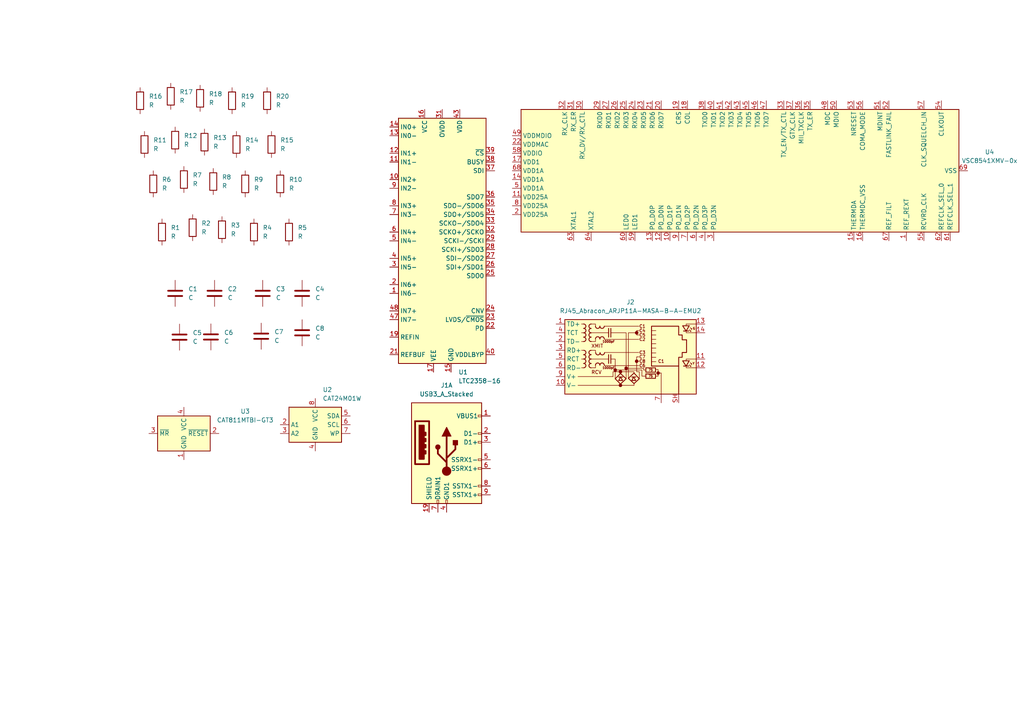
<source format=kicad_sch>
(kicad_sch (version 20250114) (generator "eeschema") (generator_version "9.0")
  (paper "A4")
  (lib_symbols
    (symbol "Analog_ADC:LTC2358-16"
      (property "Reference" "U" (at -12.7 36.83 0))
      (property "Value" "LTC2358-16" (at 6.35 36.83 0))
      (symbol "LTC2358-16_0_1"
        (rectangle (start -12.7 35.56) (end 12.7 -35.56) (stroke (width 0.254)) (fill (type background)))
      )
      (symbol "LTC2358-16_1_1"
        (pin input line (at -15.24 33.02 0) (length 2.54) (name "IN0+") (number "14"))
        (pin input line (at -15.24 30.48 0) (length 2.54) (name "IN0-") (number "13"))
        (pin input line (at -15.24 25.4 0) (length 2.54) (name "IN1+") (number "12"))
        (pin input line (at -15.24 22.86 0) (length 2.54) (name "IN1-") (number "11"))
        (pin input line (at -15.24 17.78 0) (length 2.54) (name "IN2+") (number "10"))
        (pin input line (at -15.24 15.24 0) (length 2.54) (name "IN2-") (number "9"))
        (pin input line (at -15.24 10.16 0) (length 2.54) (name "IN3+") (number "8"))
        (pin input line (at -15.24 7.62 0) (length 2.54) (name "IN3-") (number "7"))
        (pin input line (at -15.24 2.54 0) (length 2.54) (name "IN4+") (number "6"))
        (pin input line (at -15.24 0 0) (length 2.54) (name "IN4-") (number "5"))
        (pin input line (at -15.24 -5.08 0) (length 2.54) (name "IN5+") (number "4"))
        (pin input line (at -15.24 -7.62 0) (length 2.54) (name "IN5-") (number "3"))
        (pin input line (at -15.24 -12.7 0) (length 2.54) (name "IN6+") (number "2"))
        (pin input line (at -15.24 -15.24 0) (length 2.54) (name "IN6-") (number "1"))
        (pin input line (at -15.24 -20.32 0) (length 2.54) (name "IN7+") (number "48"))
        (pin input line (at -15.24 -22.86 0) (length 2.54) (name "IN7-") (number "47"))
        (pin passive line (at -15.24 -27.94 0) (length 2.54) (name "REFIN") (number "19"))
        (pin passive line (at -15.24 -33.02 0) (length 2.54) (name "REFBUF") (number "21"))
        (pin power_in line (at -5.08 38.1 270) (length 2.54) (name "VCC") (number "16"))
        (pin power_in line (at -2.54 -38.1 90) (length 2.54) (name "VEE") (number "17"))
        (pin passive line (at -2.54 -38.1 90) (length 2.54) (hide yes) (name "VEE") (number "45"))
        (pin power_in line (at 0 38.1 270) (length 2.54) (name "OVDD") (number "31"))
        (pin power_in line (at 2.54 -38.1 90) (length 2.54) (name "GND") (number "15"))
        (pin passive line (at 2.54 -38.1 90) (length 2.54) (hide yes) (name "GND") (number "18"))
        (pin passive line (at 2.54 -38.1 90) (length 2.54) (hide yes) (name "GND") (number "20"))
        (pin passive line (at 2.54 -38.1 90) (length 2.54) (hide yes) (name "GND") (number "30"))
        (pin passive line (at 2.54 -38.1 90) (length 2.54) (hide yes) (name "GND") (number "41"))
        (pin passive line (at 2.54 -38.1 90) (length 2.54) (hide yes) (name "GND") (number "44"))
        (pin passive line (at 2.54 -38.1 90) (length 2.54) (hide yes) (name "GND") (number "46"))
        (pin passive line (at 5.08 38.1 270) (length 2.54) (hide yes) (name "VDD") (number "42"))
        (pin power_in line (at 5.08 38.1 270) (length 2.54) (name "VDD") (number "43"))
        (pin input line (at 15.24 25.4 180) (length 2.54) (name "~{CS}") (number "39"))
        (pin output line (at 15.24 22.86 180) (length 2.54) (name "BUSY") (number "38"))
        (pin input line (at 15.24 20.32 180) (length 2.54) (name "SDI") (number "37"))
        (pin tri_state line (at 15.24 12.7 180) (length 2.54) (name "SDO7") (number "36"))
        (pin tri_state line (at 15.24 10.16 180) (length 2.54) (name "SDO-/SDO6") (number "35"))
        (pin tri_state line (at 15.24 7.62 180) (length 2.54) (name "SDO+/SDO5") (number "34"))
        (pin tri_state line (at 15.24 5.08 180) (length 2.54) (name "SCKO-/SDO4") (number "33"))
        (pin tri_state line (at 15.24 2.54 180) (length 2.54) (name "SCKO+/SCKO") (number "32"))
        (pin input line (at 15.24 0 180) (length 2.54) (name "SCKI-/SCKI") (number "29"))
        (pin bidirectional line (at 15.24 -2.54 180) (length 2.54) (name "SCKI+/SDO3") (number "28"))
        (pin bidirectional line (at 15.24 -5.08 180) (length 2.54) (name "SDI-/SDO2") (number "27"))
        (pin bidirectional line (at 15.24 -7.62 180) (length 2.54) (name "SDI+/SDO1") (number "26"))
        (pin tri_state line (at 15.24 -10.16 180) (length 2.54) (name "SDO0") (number "25"))
        (pin input line (at 15.24 -20.32 180) (length 2.54) (name "CNV") (number "24"))
        (pin input line (at 15.24 -22.86 180) (length 2.54) (name "LVDS/~{CMOS}") (number "23"))
        (pin input line (at 15.24 -25.4 180) (length 2.54) (name "PD") (number "22"))
        (pin passive line (at 15.24 -33.02 180) (length 2.54) (name "VDDLBYP") (number "40"))
      )
    )
    (symbol "Connector:RJ45_Abracon_ARJP11A-MASA-B-A-EMU2"
      (property "Reference" "J" (at 18.415 12.7 0))
      (property "Value" "RJ45_Abracon_ARJP11A-MASA-B-A-EMU2" (at -4.445 12.7 0))
      (symbol "RJ45_Abracon_ARJP11A-MASA-B-A-EMU2_0_0"
        (polyline (pts (xy -5.08 8.89) (xy -5.08 6.35)) (stroke (width 0.254)))
        (polyline (pts (xy -5.08 1.27) (xy -5.08 -1.27)) (stroke (width 0.254)))
        (polyline (pts (xy -4.445 8.89) (xy -4.445 6.35)) (stroke (width 0.254)))
        (polyline (pts (xy -4.445 1.27) (xy -4.445 -1.27)) (stroke (width 0.254)))
        (circle (center -3.175 -3.175) (radius 0.0001) (stroke (width 0.508)))
        (circle (center -1.651 -3.683) (radius 0.0001) (stroke (width 0.508)))
        (circle (center -1.651 -7.62) (radius 0.0001) (stroke (width 0.508)))
        (circle (center 0 -2.667) (radius 0.0001) (stroke (width 0.508)))
        (circle (center 3.048 7.62) (radius 0.0001) (stroke (width 0.508)))
        (circle (center 3.048 -0.635) (radius 0.0001) (stroke (width 0.508)))
        (polyline (pts (xy 3.683 8.255) (xy 3.048 8.255) (xy 3.048 6.985) (xy 3.683 6.985)))
        (polyline (pts (xy 3.683 0.635) (xy 3.048 0.635) (xy 3.048 -0.635) (xy 3.683 -0.635)))
        (polyline (pts (xy 8.636 -4.953) (xy 9.271 -4.953) (xy 9.271 -3.048) (xy 8.636 -3.048)))
        (polyline (pts (xy 9.271 -4.064) (xy 10.16 -4.064)))
        (circle (center 9.271 -4.064) (radius 0.0001) (stroke (width 0.508)))
        (polyline (pts (xy 17.399 9.652) (xy 17.399 10.16) (xy 20.32 10.16)))
        (polyline (pts (xy 17.399 -0.508) (xy 17.399 0) (xy 20.32 0)))
        (polyline (pts (xy 20.32 7.62) (xy 17.399 7.62) (xy 17.399 8.128)))
        (polyline (pts (xy 20.32 -2.54) (xy 17.399 -2.54) (xy 17.399 -2.032)))
        (text "XMIT" (at -10.16 3.81 0) (effects (font (size 1.016 1.016)) (justify left)))
        (text "RCV" (at -10.16 -3.81 0) (effects (font (size 1.016 1.016)) (justify left)))
        (text "C1" (at 4.699 9.525 0) (effects (font (size 0.889 0.889))))
        (text "C4" (at 4.699 8.255 0) (effects (font (size 0.889 0.889))))
        (text "C5" (at 4.699 6.985 0) (effects (font (size 0.889 0.889))))
        (text "C2" (at 4.699 5.715 0) (effects (font (size 0.889 0.889))))
        (text "C3" (at 4.699 1.905 0) (effects (font (size 0.889 0.889))))
        (text "C7" (at 4.699 0.635 0) (effects (font (size 0.889 0.889))))
        (text "C8" (at 4.699 -0.635 0) (effects (font (size 0.889 0.889))))
        (text "C6" (at 4.699 -1.905 0) (effects (font (size 0.889 0.889))))
        (text "C1" (at 10.16 -0.635 0) (effects (font (size 0.889 0.889))))
      )
      (symbol "RJ45_Abracon_ARJP11A-MASA-B-A-EMU2_0_1"
        (rectangle (start -17.78 11.43) (end 20.32 -10.16) (stroke (width 0.254)) (fill (type background)))
        (polyline (pts (xy -12.3163 10.16) (xy -12.9513 10.16)))
        (polyline (pts (xy -12.3163 7.62) (xy -12.9513 7.62)))
        (polyline (pts (xy -12.3163 5.08) (xy -12.9513 5.08)))
        (polyline (pts (xy -12.3163 2.54) (xy -12.9513 2.54)))
        (polyline (pts (xy -12.3163 0) (xy -12.9513 0)))
        (polyline (pts (xy -12.3163 -2.54) (xy -12.9513 -2.54)))
        (polyline (pts (xy -10.16 10.16) (xy -8.89 10.16) (xy -8.89 9.525)))
        (polyline (pts (xy -10.16 2.54) (xy -8.89 2.54) (xy -8.89 1.905)))
        (polyline (pts (xy -8.89 5.715) (xy -8.89 5.08) (xy -10.16 5.08)))
        (polyline (pts (xy -8.89 -1.905) (xy -8.89 -2.54) (xy -10.16 -2.54)))
        (polyline (pts (xy -6.35 9.525) (xy 3.683 9.525)))
        (polyline (pts (xy -6.35 5.715) (xy 3.683 5.715)))
        (polyline (pts (xy -6.35 -1.905) (xy 3.683 -1.905)))
        (polyline (pts (xy -6.223 1.905) (xy 3.683 1.905)))
        (polyline (pts (xy -5.08 7.62) (xy -10.16 7.62)))
        (polyline (pts (xy -5.08 0) (xy -10.16 0)))
        (polyline (pts (xy -4.445 7.62) (xy 0 7.62) (xy 0 -5.715)))
        (polyline (pts (xy -4.445 0) (xy -3.175 0) (xy -3.175 -5.715)))
        (polyline (pts (xy 7.366 5.715) (xy 8.636 5.715)))
        (polyline (pts (xy 7.366 4.445) (xy 8.636 4.445)))
        (polyline (pts (xy 7.366 3.175) (xy 8.636 3.175)))
        (polyline (pts (xy 7.366 1.778) (xy 8.636 1.778)))
        (polyline (pts (xy 7.366 0.508) (xy 8.636 0.508)))
        (polyline (pts (xy 8.636 8.255) (xy 7.366 8.255)))
        (polyline (pts (xy 8.636 6.985) (xy 7.366 6.985)))
        (polyline (pts (xy 8.636 -0.762) (xy 7.366 -0.762)))
      )
      (symbol "RJ45_Abracon_ARJP11A-MASA-B-A-EMU2_1_0"
        (text "1000pF" (at -5.08 5.08 0) (effects (font (size 0.635 0.635))))
        (text "1000pF" (at -5.08 -2.54 0) (effects (font (size 0.635 0.635))))
      )
      (symbol "RJ45_Abracon_ARJP11A-MASA-B-A-EMU2_1_1"
        (polyline (pts (xy -13.97 -5.08) (xy -3.81 -5.08)))
        (polyline (pts (xy -13.97 -7.62) (xy 2.286 -7.62)))
        (arc (start -12.3163 2.54) (mid -11.684 1.905) (end -12.3163 1.27) (stroke (width 0.254)))
        (arc (start -12.3136 10.16) (mid -11.6813 9.525) (end -12.3136 8.89) (stroke (width 0.254)))
        (arc (start -12.3136 1.27) (mid -11.6813 0.635) (end -12.3136 0) (stroke (width 0.254)))
        (arc (start -12.3136 0) (mid -11.6813 -0.635) (end -12.3136 -1.27) (stroke (width 0.254)))
        (arc (start -12.3136 -1.27) (mid -11.6813 -1.905) (end -12.3136 -2.54) (stroke (width 0.254)))
        (arc (start -12.3109 8.89) (mid -11.6786 8.255) (end -12.3109 7.62) (stroke (width 0.254)))
        (arc (start -12.3109 7.62) (mid -11.6786 6.985) (end -12.3109 6.35) (stroke (width 0.254)))
        (arc (start -12.3109 6.35) (mid -11.6786 5.715) (end -12.3109 5.08) (stroke (width 0.254)))
        (arc (start -10.1654 8.89) (mid -10.7977 9.525) (end -10.1654 10.16) (stroke (width 0.254)))
        (arc (start -10.1654 7.62) (mid -10.7977 8.255) (end -10.1654 8.89) (stroke (width 0.254)))
        (arc (start -10.1654 6.35) (mid -10.7977 6.985) (end -10.1654 7.62) (stroke (width 0.254)))
        (arc (start -10.1654 1.27) (mid -10.7977 1.905) (end -10.1654 2.54) (stroke (width 0.254)))
        (arc (start -10.1654 0) (mid -10.7977 0.635) (end -10.1654 1.27) (stroke (width 0.254)))
        (arc (start -10.1654 -1.27) (mid -10.7977 -0.635) (end -10.1654 0) (stroke (width 0.254)))
        (arc (start -10.1627 5.08) (mid -10.795 5.715) (end -10.1627 6.35) (stroke (width 0.254)))
        (arc (start -10.1627 -2.54) (mid -10.795 -1.905) (end -10.1627 -1.27) (stroke (width 0.254)))
        (arc (start -7.62 9.5223) (mid -8.255 8.89) (end -8.89 9.5223) (stroke (width 0.254)))
        (arc (start -8.89 5.8447) (mid -8.255 6.477) (end -7.62 5.8447) (stroke (width 0.254)))
        (arc (start -8.89 -1.7753) (mid -8.255 -1.143) (end -7.62 -1.7753) (stroke (width 0.254)))
        (arc (start -7.5565 1.8388) (mid -8.1915 1.2065) (end -8.8265 1.8388) (stroke (width 0.254)))
        (arc (start -6.35 9.525) (mid -6.985 8.8927) (end -7.62 9.525) (stroke (width 0.254)))
        (arc (start -7.62 5.8474) (mid -6.985 6.4797) (end -6.35 5.8474) (stroke (width 0.254)))
        (arc (start -7.62 -1.7726) (mid -6.985 -1.1403) (end -6.35 -1.7726) (stroke (width 0.254)))
        (arc (start -6.2865 1.8415) (mid -6.9215 1.2092) (end -7.5565 1.8415) (stroke (width 0.254)))
        (polyline (pts (xy -3.81 -5.08) (xy -3.81 -3.683) (xy -1.651 -3.683)))
        (polyline (pts (xy -2.159 -5.207) (xy -1.016 -5.207)) (stroke (width 0.254)))
        (polyline (pts (xy -2.159 -6.223) (xy -1.016 -6.223) (xy -1.651 -5.207) (xy -2.159 -6.223)) (stroke (width 0.254)))
        (polyline (pts (xy -1.905 -3.683) (xy -1.651 -3.683) (xy -1.651 -4.191)))
        (polyline (pts (xy -1.651 -3.683) (xy 2.286 -3.683) (xy 2.286 -4.064)))
        (polyline (pts (xy -1.651 -4.191) (xy -3.175 -5.715) (xy -1.651 -7.239) (xy 0 -5.715) (xy -1.651 -4.191)) (stroke (width 0.254)))
        (polyline (pts (xy -1.651 -7.239) (xy -1.651 -7.493)))
        (polyline (pts (xy 1.651 -5.207) (xy 2.794 -5.207)) (stroke (width 0.254)))
        (polyline (pts (xy 1.651 -6.223) (xy 2.794 -6.223) (xy 2.159 -5.207) (xy 1.651 -6.223)) (stroke (width 0.254)))
        (polyline (pts (xy 2.286 -4.064) (xy 0.635 -5.588) (xy 2.286 -7.112) (xy 3.81 -5.715) (xy 2.286 -4.064)) (stroke (width 0.254)))
        (polyline (pts (xy 2.286 -7.112) (xy 2.286 -7.62)))
        (polyline (pts (xy 3.048 7.62) (xy 0.635 7.62) (xy 0.635 -5.588)))
        (polyline (pts (xy 3.048 -0.508) (xy 3.048 -3.683) (xy 3.81 -3.683) (xy 3.81 -5.715)))
        (polyline (pts (xy 5.715 -3.175) (xy 5.08 -3.175) (xy 5.08 -2.667) (xy 0 -2.667)))
        (polyline (pts (xy 5.715 -4.953) (xy 4.572 -4.953) (xy 4.572 -3.175) (xy -3.175 -3.175)))
        (polyline (pts (xy 7.366 -2.032) (xy 7.366 9.525) (xy 15.24 9.525) (xy 15.24 6.985) (xy 16.256 6.985) (xy 16.256 5.588) (xy 17.526 5.588) (xy 17.526 1.905) (xy 16.256 1.905) (xy 16.256 0.508) (xy 15.24 0.508) (xy 15.24 -2.032) (xy 7.366 -2.032)) (stroke (width 0.254)))
        (rectangle (start 8.509 -3.81) (end 5.715 -2.54) (stroke (width 0.254)))
        (rectangle (start 8.509 -5.588) (end 5.715 -4.318) (stroke (width 0.254)))
        (polyline (pts (xy 10.16 -4.064) (xy 10.16 -10.16)))
        (polyline (pts (xy 15.24 -10.16) (xy 15.24 -2.032)) (stroke (width 0.254)))
        (polyline (pts (xy 18.161 8.128) (xy 16.637 8.128)) (stroke (width 0.254)))
        (polyline (pts (xy 18.161 -2.032) (xy 16.637 -2.032)) (stroke (width 0.254)))
        (polyline (pts (xy 18.288 9.652) (xy 16.383 9.652) (xy 17.399 8.128) (xy 18.288 9.652)) (stroke (width 0.254)))
        (polyline (pts (xy 18.288 8.509) (xy 18.796 8.001) (xy 18.542 8.001)))
        (polyline (pts (xy 18.288 -0.508) (xy 16.383 -0.508) (xy 17.399 -2.032) (xy 18.288 -0.508)) (stroke (width 0.254)))
        (polyline (pts (xy 18.288 -1.651) (xy 18.796 -2.159) (xy 18.542 -2.159)))
        (polyline (pts (xy 18.542 9.144) (xy 19.05 8.636) (xy 18.796 8.636)))
        (polyline (pts (xy 18.542 -1.016) (xy 19.05 -1.524) (xy 18.796 -1.524)))
        (polyline (pts (xy 18.796 8.001) (xy 18.796 8.255)))
        (polyline (pts (xy 18.796 -2.159) (xy 18.796 -1.905)))
        (polyline (pts (xy 19.05 8.636) (xy 19.05 8.89)))
        (polyline (pts (xy 19.05 -1.524) (xy 19.05 -1.27)))
        (text "75" (at 7.112 -3.175 0) (effects (font (size 0.635 0.635))))
        (text "75" (at 7.112 -4.953 0) (effects (font (size 0.635 0.635))))
        (text "Y" (at 19.558 -1.27 0) (effects (font (size 0.635 0.635))))
        (text "G" (at 19.685 8.89 0) (effects (font (size 0.635 0.635))))
        (pin passive line (at -20.32 10.16 0) (length 2.54) (name "TD+") (number "1"))
        (pin passive line (at -20.32 7.62 0) (length 2.54) (name "TCT") (number "4"))
        (pin passive line (at -20.32 5.08 0) (length 2.54) (name "TD-") (number "2"))
        (pin passive line (at -20.32 2.54 0) (length 2.54) (name "RD+") (number "3"))
        (pin passive line (at -20.32 0 0) (length 2.54) (name "RCT") (number "5"))
        (pin passive line (at -20.32 -2.54 0) (length 2.54) (name "RD-") (number "6"))
        (pin power_out line (at -20.32 -5.08 0) (length 2.54) (name "V+") (number "9"))
        (pin power_out line (at -20.32 -7.62 0) (length 2.54) (name "V-") (number "10"))
        (pin power_in line (at 10.16 -12.7 90) (length 2.54) (name "") (number "7"))
        (pin passive line (at 15.24 -12.7 90) (length 2.54) (name "") (number "SH"))
        (pin no_connect line (at 20.32 5.08 0) (length 0) (hide yes) (name "NC") (number "8"))
        (pin passive line (at 22.86 10.16 180) (length 2.54) (name "") (number "13"))
        (pin passive line (at 22.86 7.62 180) (length 2.54) (name "") (number "14"))
        (pin passive line (at 22.86 0 180) (length 2.54) (name "") (number "11"))
        (pin passive line (at 22.86 -2.54 180) (length 2.54) (name "") (number "12"))
      )
    )
    (symbol "Connector:USB3_A_Stacked" (pin_names (offset 1.016))
      (property "Reference" "J" (at -10.16 15.24 0))
      (property "Value" "USB3_A_Stacked" (at 10.16 15.24 0))
      (symbol "USB3_A_Stacked_0_0"
        (rectangle (start -9.144 8.636) (end -5.08 -3.81) (stroke (width 0.508)))
        (rectangle (start -7.874 7.366) (end -6.604 -2.286) (stroke (width 0.508)) (fill (type outline)))
        (rectangle (start -6.35 5.334) (end -6.096 4.572) (stroke (width 0.508)))
        (rectangle (start -6.35 3.556) (end -6.096 2.794) (stroke (width 0.508)))
        (rectangle (start -6.35 1.778) (end -6.096 1.016) (stroke (width 0.508)))
        (rectangle (start -6.35 0) (end -6.096 -0.762) (stroke (width 0.508)))
        (rectangle (start -2.794 -15.24) (end -2.286 -14.224))
        (rectangle (start -0.254 -15.24) (end 0.254 -14.224))
        (rectangle (start 10.16 10.414) (end 9.144 9.906))
        (rectangle (start 10.16 5.334) (end 9.144 4.826))
        (rectangle (start 10.16 2.794) (end 9.144 2.286))
        (rectangle (start 10.16 -2.286) (end 9.144 -2.794))
        (rectangle (start 10.16 -4.826) (end 9.144 -5.334))
        (rectangle (start 10.16 -9.906) (end 9.144 -10.414))
        (rectangle (start 10.16 -12.446) (end 9.144 -12.954))
      )
      (symbol "USB3_A_Stacked_0_1"
        (rectangle (start -10.16 13.97) (end 10.16 -15.24) (stroke (width 0.254)) (fill (type background)))
        (pin passive line (at -5.08 -17.78 90) (length 2.54) (name "SHIELD") (number "19"))
      )
      (symbol "USB3_A_Stacked_1_1"
        (circle (center -2.54 1.143) (radius 0.635) (stroke (width 0.254)) (fill (type outline)))
        (polyline (pts (xy -1.27 4.318) (xy 0 6.858) (xy 1.27 4.318) (xy -1.27 4.318)) (stroke (width 0.254)) (fill (type outline)))
        (polyline (pts (xy 0 -2.032) (xy 2.54 0.508) (xy 2.54 1.778)) (stroke (width 0.508)))
        (polyline (pts (xy 0 -3.302) (xy -2.54 -0.762) (xy -2.54 0.508)) (stroke (width 0.508)))
        (polyline (pts (xy 0 -5.842) (xy 0 4.318)) (stroke (width 0.508)))
        (circle (center 0 -5.842) (radius 1.27) (fill (type outline)))
        (rectangle (start 1.905 1.778) (end 3.175 3.048) (stroke (width 0.254)) (fill (type outline)))
        (pin passive line (at -2.54 -17.78 90) (length 2.54) (name "DRAIN1") (number "7"))
        (pin power_in line (at 0 -17.78 90) (length 2.54) (name "GND1") (number "4"))
        (pin power_in line (at 12.7 10.16 180) (length 2.54) (name "VBUS1") (number "1"))
        (pin bidirectional line (at 12.7 5.08 180) (length 2.54) (name "D1-") (number "2"))
        (pin bidirectional line (at 12.7 2.54 180) (length 2.54) (name "D1+") (number "3"))
        (pin output line (at 12.7 -2.54 180) (length 2.54) (name "SSRX1-") (number "5"))
        (pin output line (at 12.7 -5.08 180) (length 2.54) (name "SSRX1+") (number "6"))
        (pin input line (at 12.7 -10.16 180) (length 2.54) (name "SSTX1-") (number "8"))
        (pin input line (at 12.7 -12.7 180) (length 2.54) (name "SSTX1+") (number "9"))
      )
      (symbol "USB3_A_Stacked_2_1"
        (circle (center -2.54 1.143) (radius 0.635) (stroke (width 0.254)) (fill (type outline)))
        (polyline (pts (xy -1.27 4.318) (xy 0 6.858) (xy 1.27 4.318) (xy -1.27 4.318)) (stroke (width 0.254)) (fill (type outline)))
        (polyline (pts (xy 0 -2.032) (xy 2.54 0.508) (xy 2.54 1.778)) (stroke (width 0.508)))
        (polyline (pts (xy 0 -3.302) (xy -2.54 -0.762) (xy -2.54 0.508)) (stroke (width 0.508)))
        (polyline (pts (xy 0 -5.842) (xy 0 4.318)) (stroke (width 0.508)))
        (circle (center 0 -5.842) (radius 1.27) (fill (type outline)))
        (rectangle (start 1.905 1.778) (end 3.175 3.048) (stroke (width 0.254)) (fill (type outline)))
        (pin passive line (at -2.54 -17.78 90) (length 2.54) (name "DRAIN2") (number "16"))
        (pin power_in line (at 0 -17.78 90) (length 2.54) (name "GND2") (number "13"))
        (pin power_in line (at 12.7 10.16 180) (length 2.54) (name "VBUS2") (number "10"))
        (pin bidirectional line (at 12.7 5.08 180) (length 2.54) (name "D2-") (number "11"))
        (pin bidirectional line (at 12.7 2.54 180) (length 2.54) (name "D2+") (number "12"))
        (pin output line (at 12.7 -2.54 180) (length 2.54) (name "SSRX2-") (number "14"))
        (pin output line (at 12.7 -5.08 180) (length 2.54) (name "SSRX2+") (number "15"))
        (pin input line (at 12.7 -10.16 180) (length 2.54) (name "SSTX2-") (number "17"))
        (pin input line (at 12.7 -12.7 180) (length 2.54) (name "SSTX2+") (number "18"))
      )
    )
    (symbol "Device:C" (pin_numbers (hide yes)) (pin_names (offset 0.254))
      (property "Reference" "C" (at 0.635 2.54 0))
      (property "Value" "C" (at 0.635 -2.54 0))
      (symbol "C_0_1"
        (polyline (pts (xy -2.032 0.762) (xy 2.032 0.762)) (stroke (width 0.508)))
        (polyline (pts (xy -2.032 -0.762) (xy 2.032 -0.762)) (stroke (width 0.508)))
      )
      (symbol "C_1_1"
        (pin passive line (at 0 3.81 270) (length 2.794) (name "~") (number "1"))
        (pin passive line (at 0 -3.81 90) (length 2.794) (name "~") (number "2"))
      )
    )
    (symbol "Device:R" (pin_numbers (hide yes)) (pin_names (offset 0))
      (property "Reference" "R" (at 2.032 0 90))
      (property "Value" "R" (at 0 0 90))
      (symbol "R_0_1"
        (rectangle (start -1.016 -2.54) (end 1.016 2.54) (stroke (width 0.254)))
      )
      (symbol "R_1_1"
        (pin passive line (at 0 3.81 270) (length 1.27) (name "~") (number "1"))
        (pin passive line (at 0 -3.81 90) (length 1.27) (name "~") (number "2"))
      )
    )
    (symbol "Interface_Ethernet:VSC8541XMV-0x"
      (property "Reference" "U" (at -16.764 64.516 0))
      (property "Value" "VSC8541XMV-0x" (at 19.304 64.77 0))
      (symbol "VSC8541XMV-0x_0_1"
        (rectangle (start 17.78 -63.5) (end -17.78 63.5) (stroke (width 0.254)) (fill (type background)))
        (pin input line (at -20.32 48.26 0) (length 2.54) (name "XTAL1") (number "63"))
        (pin output line (at -20.32 43.18 0) (length 2.54) (name "XTAL2") (number "64"))
        (pin output line (at -20.32 33.02 0) (length 2.54) (name "LED0") (number "60"))
        (pin output line (at -20.32 30.48 0) (length 2.54) (name "LED1") (number "59"))
        (pin passive line (at -20.32 25.4 0) (length 2.54) (name "P0_D0P") (number "13"))
        (pin passive line (at -20.32 22.86 0) (length 2.54) (name "P0_D0N") (number "12"))
        (pin passive line (at -20.32 20.32 0) (length 2.54) (name "P0_D1P") (number "10"))
        (pin passive line (at -20.32 17.78 0) (length 2.54) (name "P0_D1N") (number "9"))
        (pin passive line (at -20.32 15.24 0) (length 2.54) (name "P0_D2P") (number "7"))
        (pin passive line (at -20.32 12.7 0) (length 2.54) (name "P0_D2N") (number "6"))
        (pin passive line (at -20.32 10.16 0) (length 2.54) (name "P0_D3P") (number "4"))
        (pin passive line (at -20.32 7.62 0) (length 2.54) (name "P0_D3N") (number "3"))
        (pin passive line (at -20.32 -33.02 0) (length 2.54) (name "THERMDA") (number "15"))
        (pin passive line (at -20.32 -35.56 0) (length 2.54) (name "THERMDC_VSS") (number "16"))
        (pin passive line (at -20.32 -43.18 0) (length 2.54) (name "REF_FILT") (number "67"))
        (pin passive line (at -20.32 -48.26 0) (length 2.54) (name "REF_REXT") (number "1"))
        (pin output line (at -20.32 -53.34 0) (length 2.54) (name "RCVRD_CLK") (number "55"))
        (pin input line (at -20.32 -58.42 0) (length 2.54) (name "REFCLK_SEL_0") (number "62"))
        (pin input line (at -20.32 -60.96 0) (length 2.54) (name "REFCLK_SEL_1") (number "61"))
        (pin no_connect line (at -17.78 -17.78 0) (length 2.54) (hide yes) (name "RESERVED_0") (number "66"))
        (pin no_connect line (at -17.78 -20.32 0) (length 2.54) (hide yes) (name "RESERVED_1") (number "65"))
        (pin power_in line (at -12.7 66.04 270) (length 2.54) (name "VDD25A") (number "2"))
        (pin power_in line (at -10.16 66.04 270) (length 2.54) (name "VDD25A") (number "8"))
        (pin power_in line (at -7.62 66.04 270) (length 2.54) (name "VDD25A") (number "11"))
        (pin power_in line (at -5.08 66.04 270) (length 2.54) (name "VDD1A") (number "5"))
        (pin power_in line (at -2.54 66.04 270) (length 2.54) (name "VDD1A") (number "14"))
        (pin power_in line (at 0 66.04 270) (length 2.54) (name "VDD1A") (number "68"))
        (pin power_in line (at 0 -66.04 90) (length 2.54) (name "VSS") (number "69"))
        (pin power_in line (at 2.54 66.04 270) (length 2.54) (name "VDD1") (number "17"))
        (pin passive line (at 2.54 66.04 270) (length 2.54) (hide yes) (name "VDD1") (number "34"))
        (pin power_in line (at 5.08 66.04 270) (length 2.54) (name "VDDIO") (number "58"))
        (pin power_in line (at 7.62 66.04 270) (length 2.54) (name "VDDMAC") (number "22"))
        (pin passive line (at 7.62 66.04 270) (length 2.54) (hide yes) (name "VDDMAC") (number "28"))
        (pin passive line (at 7.62 66.04 270) (length 2.54) (hide yes) (name "VDDMAC") (number "39"))
        (pin passive line (at 7.62 66.04 270) (length 2.54) (hide yes) (name "VDDMAC") (number "44"))
        (pin power_in line (at 10.16 66.04 270) (length 2.54) (name "VDDMDIO") (number "49"))
        (pin bidirectional line (at 20.32 50.8 180) (length 2.54) (name "RX_CLK") (number "32"))
        (pin bidirectional line (at 20.32 48.26 180) (length 2.54) (name "RX_ER") (number "31"))
        (pin bidirectional line (at 20.32 45.72 180) (length 2.54) (name "RX_DV/RX_CTL") (number "30"))
        (pin bidirectional line (at 20.32 40.64 180) (length 2.54) (name "RXD0") (number "29"))
        (pin bidirectional line (at 20.32 38.1 180) (length 2.54) (name "RXD1") (number "27"))
        (pin bidirectional line (at 20.32 35.56 180) (length 2.54) (name "RXD2") (number "26"))
        (pin bidirectional line (at 20.32 33.02 180) (length 2.54) (name "RXD3") (number "25"))
        (pin bidirectional line (at 20.32 30.48 180) (length 2.54) (name "RXD4") (number "24"))
        (pin bidirectional line (at 20.32 27.94 180) (length 2.54) (name "RXD5") (number "23"))
        (pin bidirectional line (at 20.32 25.4 180) (length 2.54) (name "RXD6") (number "21"))
        (pin bidirectional line (at 20.32 22.86 180) (length 2.54) (name "RXD7") (number "20"))
        (pin bidirectional line (at 20.32 17.78 180) (length 2.54) (name "CRS") (number "19"))
        (pin bidirectional line (at 20.32 15.24 180) (length 2.54) (name "COL") (number "18"))
        (pin input line (at 20.32 10.16 180) (length 2.54) (name "TXD0") (number "38"))
        (pin input line (at 20.32 7.62 180) (length 2.54) (name "TXD1") (number "40"))
        (pin input line (at 20.32 5.08 180) (length 2.54) (name "TXD2") (number "41"))
        (pin input line (at 20.32 2.54 180) (length 2.54) (name "TXD3") (number "42"))
        (pin input line (at 20.32 0 180) (length 2.54) (name "TXD4") (number "43"))
        (pin input line (at 20.32 -2.54 180) (length 2.54) (name "TXD5") (number "45"))
        (pin input line (at 20.32 -5.08 180) (length 2.54) (name "TXD6") (number "46"))
        (pin input line (at 20.32 -7.62 180) (length 2.54) (name "TXD7") (number "47"))
        (pin input line (at 20.32 -12.7 180) (length 2.54) (name "TX_EN/TX_CTL") (number "33"))
        (pin input line (at 20.32 -15.24 180) (length 2.54) (name "GTX_CLK") (number "37"))
        (pin bidirectional line (at 20.32 -17.78 180) (length 2.54) (name "MII_TXCLK") (number "36"))
        (pin input line (at 20.32 -20.32 180) (length 2.54) (name "TX_ER") (number "35"))
        (pin input line (at 20.32 -25.4 180) (length 2.54) (name "MDC") (number "48"))
        (pin bidirectional line (at 20.32 -27.94 180) (length 2.54) (name "MDIO") (number "50"))
        (pin input line (at 20.32 -33.02 180) (length 2.54) (name "NRESET") (number "53"))
        (pin bidirectional line (at 20.32 -35.56 180) (length 2.54) (name "COMA_MODE") (number "56"))
        (pin output line (at 20.32 -40.64 180) (length 2.54) (name "MDINT") (number "51"))
        (pin output line (at 20.32 -43.18 180) (length 2.54) (name "FASTLINK_FAIL") (number "52"))
        (pin input line (at 20.32 -53.34 180) (length 2.54) (name "CLK_SQUELCH_IN") (number "57"))
        (pin bidirectional line (at 20.32 -58.42 180) (length 2.54) (name "CLKOUT") (number "54"))
      )
    )
    (symbol "Memory_EEPROM:CAT24M01W"
      (property "Reference" "U" (at 2.54 8.89 0))
      (property "Value" "CAT24M01W" (at 6.35 6.35 0))
      (symbol "CAT24M01W_1_1"
        (rectangle (start -7.62 5.08) (end 7.62 -5.08) (stroke (width 0.254)) (fill (type background)))
        (pin input line (at -10.16 0 0) (length 2.54) (name "A1") (number "2"))
        (pin input line (at -10.16 -2.54 0) (length 2.54) (name "A2") (number "3"))
        (pin no_connect line (at -7.62 2.54 0) (length 2.54) (hide yes) (name "NC") (number "1"))
        (pin power_in line (at 0 7.62 270) (length 2.54) (name "VCC") (number "8"))
        (pin power_in line (at 0 -7.62 90) (length 2.54) (name "GND") (number "4"))
        (pin bidirectional line (at 10.16 2.54 180) (length 2.54) (name "SDA") (number "5"))
        (pin input line (at 10.16 0 180) (length 2.54) (name "SCL") (number "6"))
        (pin input line (at 10.16 -2.54 180) (length 2.54) (name "WP") (number "7"))
      )
    )
    (symbol "Power_Supervisor:CAT811MTBI-GT3"
      (property "Reference" "U" (at -7.62 6.35 0))
      (property "Value" "CAT811MTBI-GT3" (at 1.27 6.35 0))
      (symbol "CAT811MTBI-GT3_0_1"
        (rectangle (start -7.62 5.08) (end 7.62 -5.08) (stroke (width 0.254)) (fill (type background)))
      )
      (symbol "CAT811MTBI-GT3_1_1"
        (pin input line (at -10.16 0 0) (length 2.54) (name "~{MR}") (number "3"))
        (pin power_in line (at 0 7.62 270) (length 2.54) (name "VCC") (number "4"))
        (pin power_in line (at 0 -7.62 90) (length 2.54) (name "GND") (number "1"))
        (pin output line (at 10.16 0 180) (length 2.54) (name "~{RESET}") (number "2"))
      )
    )
  )
  (symbol (lib_id "Device:R") (at 78.74 41.91 0) (unit 1)
    (property "Reference" "R15" (at 81.28 40.6399 0) (effects (justify left)))
    (property "Value" "R" (at 81.28 43.1799 0) (effects (justify left)))
    (property "Footprint" "Resistor_SMD:R_2010_5025Metric_Pad1.40x2.65mm_HandSolder" (effects (hide yes)))
    (property "Description" "Resistor" (effects (hide yes)))
  )
  (symbol (lib_id "Connector:USB3_A_Stacked") (at 129.54 130.81 0) (unit 1)
    (property "Reference" "J1" (at 129.54 111.76 0))
    (property "Value" "USB3_A_Stacked" (at 129.54 114.3 0))
    (property "Footprint" "Connector_USB:USB3_A_Molex_48406-0001_Horizontal_Stacked" (effects (hide yes)))
    (property "Description" "USB 3.0 A connector, stacked" (effects (hide yes)))
  )
  (symbol (lib_id "Device:C") (at 76.2 85.09 0) (unit 1)
    (property "Reference" "C3" (at 80.01 83.8199 0) (effects (justify left)))
    (property "Value" "C" (at 80.01 86.3599 0) (effects (justify left)))
    (property "Footprint" "Capacitor_SMD:C_Elec_6.3x5.4" (effects (hide yes)))
    (property "Description" "Unpolarized capacitor" (effects (hide yes)))
  )
  (symbol (lib_id "Device:R") (at 53.34 52.07 0) (unit 1)
    (property "Reference" "R7" (at 55.88 50.7999 0) (effects (justify left)))
    (property "Value" "R" (at 55.88 53.3399 0) (effects (justify left)))
    (property "Footprint" "Resistor_SMD:R_2010_5025Metric_Pad1.40x2.65mm_HandSolder" (effects (hide yes)))
    (property "Description" "Resistor" (effects (hide yes)))
  )
  (symbol (lib_id "Device:R") (at 49.53 27.94 0) (unit 1)
    (property "Reference" "R17" (at 52.07 26.6699 0) (effects (justify left)))
    (property "Value" "R" (at 52.07 29.2099 0) (effects (justify left)))
    (property "Footprint" "Resistor_SMD:R_2010_5025Metric_Pad1.40x2.65mm_HandSolder" (effects (hide yes)))
    (property "Description" "Resistor" (effects (hide yes)))
  )
  (symbol (lib_id "Device:C") (at 87.63 96.52 0) (unit 1)
    (property "Reference" "C8" (at 91.44 95.2499 0) (effects (justify left)))
    (property "Value" "C" (at 91.44 97.7899 0) (effects (justify left)))
    (property "Footprint" "Capacitor_SMD:C_Elec_6.3x5.4" (effects (hide yes)))
    (property "Description" "Unpolarized capacitor" (effects (hide yes)))
  )
  (symbol (lib_id "Interface_Ethernet:VSC8541XMV-0x") (at 214.63 49.53 90) (unit 1)
    (property "Reference" "U4" (at 287.02 44.0846 90))
    (property "Value" "VSC8541XMV-0x" (at 287.02 46.6246 90))
    (property "Footprint" "Package_DFN_QFN:QFN-68-1EP_8x8mm_P0.4mm_EP5.2x5.2mm" (effects (hide yes)))
    (property "Datasheet" "https://ethernet.microsemi.com/products/download.php?fid=7978&number=vsc8541" (effects (hide yes)))
    (property "Description" "Single Port Gigabit Ethernet, GMII/RGMII/MII/RMII Interfaces, QFN-68" (effects (hide yes)))
  )
  (symbol (lib_id "Memory_EEPROM:CAT24M01W") (at 91.44 123.19 0) (unit 1)
    (property "Reference" "U2" (at 93.5833 113.03 0) (effects (justify left)))
    (property "Value" "CAT24M01W" (at 93.5833 115.57 0) (effects (justify left)))
    (property "Footprint" "Package_SO:SOIC-8_3.9x4.9mm_P1.27mm" (effects (hide yes)))
    (property "Datasheet" "https://www.onsemi.com/pub/Collateral/CAT24M01-D.PDF" (effects (hide yes)))
    (property "Description" "1 Mb I2C CMOS Serial EEPROM, SOIC-8 (150 mil)" (effects (hide yes)))
  )
  (symbol (lib_id "Connector:RJ45_Abracon_ARJP11A-MASA-B-A-EMU2") (at 181.61 104.14 0) (unit 1)
    (property "Reference" "J2" (at 182.88 87.63 0))
    (property "Value" "RJ45_Abracon_ARJP11A-MASA-B-A-EMU2" (at 182.88 90.17 0))
    (property "Footprint" "Connector_RJ:RJ45_Abracon_ARJP11A-MA_Horizontal" (effects (hide yes)))
    (property "Datasheet" "https://abracon.com/Magnetics/lan/ARJP11A.PDF" (effects (hide yes)))
    (property "Description" "RJ45 PoE 10/100 Base-TX Jack with Magnetic Module" (effects (hide yes)))
  )
  (symbol (lib_id "Device:R") (at 46.99 67.31 0) (unit 1)
    (property "Reference" "R1" (at 49.53 66.0399 0) (effects (justify left)))
    (property "Value" "R" (at 49.53 68.5799 0) (effects (justify left)))
    (property "Footprint" "Resistor_SMD:R_2010_5025Metric_Pad1.40x2.65mm_HandSolder" (effects (hide yes)))
    (property "Description" "Resistor" (effects (hide yes)))
  )
  (symbol (lib_id "Device:R") (at 58.0389 28.522 0) (unit 1)
    (property "Reference" "R18" (at 60.5789 27.2519 0) (effects (justify left)))
    (property "Value" "R" (at 60.5789 29.7919 0) (effects (justify left)))
    (property "Footprint" "Resistor_SMD:R_2010_5025Metric_Pad1.40x2.65mm_HandSolder" (effects (hide yes)))
    (property "Description" "Resistor" (effects (hide yes)))
  )
  (symbol (lib_id "Device:R") (at 73.66 67.31 0) (unit 1)
    (property "Reference" "R4" (at 76.2 66.0399 0) (effects (justify left)))
    (property "Value" "R" (at 76.2 68.5799 0) (effects (justify left)))
    (property "Footprint" "Resistor_SMD:R_2010_5025Metric_Pad1.40x2.65mm_HandSolder" (effects (hide yes)))
    (property "Description" "Resistor" (effects (hide yes)))
  )
  (symbol (lib_id "Device:R") (at 81.28 53.34 0) (unit 1)
    (property "Reference" "R10" (at 83.82 52.0699 0) (effects (justify left)))
    (property "Value" "R" (at 83.82 54.6099 0) (effects (justify left)))
    (property "Footprint" "Resistor_SMD:R_2010_5025Metric_Pad1.40x2.65mm_HandSolder" (effects (hide yes)))
    (property "Description" "Resistor" (effects (hide yes)))
  )
  (symbol (lib_id "Device:C") (at 52.07 97.79 0) (unit 1)
    (property "Reference" "C5" (at 55.88 96.5199 0) (effects (justify left)))
    (property "Value" "C" (at 55.88 99.0599 0) (effects (justify left)))
    (property "Footprint" "Capacitor_SMD:C_Elec_6.3x5.4" (effects (hide yes)))
    (property "Description" "Unpolarized capacitor" (effects (hide yes)))
  )
  (symbol (lib_id "Device:C") (at 62.23 85.09 0) (unit 1)
    (property "Reference" "C2" (at 66.04 83.8199 0) (effects (justify left)))
    (property "Value" "C" (at 66.04 86.3599 0) (effects (justify left)))
    (property "Footprint" "Capacitor_SMD:C_Elec_6.3x5.4" (effects (hide yes)))
    (property "Description" "Unpolarized capacitor" (effects (hide yes)))
  )
  (symbol (lib_id "Device:R") (at 71.12 53.34 0) (unit 1)
    (property "Reference" "R9" (at 73.66 52.0699 0) (effects (justify left)))
    (property "Value" "R" (at 73.66 54.6099 0) (effects (justify left)))
    (property "Footprint" "Resistor_SMD:R_2010_5025Metric_Pad1.40x2.65mm_HandSolder" (effects (hide yes)))
    (property "Description" "Resistor" (effects (hide yes)))
  )
  (symbol (lib_id "Analog_ADC:LTC2358-16") (at 128.27 69.85 0) (unit 1)
    (property "Reference" "U1" (at 132.9533 107.95 0) (effects (justify left)))
    (property "Value" "LTC2358-16" (at 132.9533 110.49 0) (effects (justify left)))
    (property "Footprint" "Package_QFP:LQFP-48_7x7mm_P0.5mm" (effects (hide yes)))
    (property "Datasheet" "https://www.analog.com/media/en/technical-documentation/data-sheets/235816f.pdf" (effects (hide yes)))
    (property "Description" "LTC2358 Buffered Octal, 16 bit, 200ksps/Ch Differential ±10.24V Simultaneous Sampling ADC, 30Vpp common mode range, LQFP-48" (effects (hide yes)))
  )
  (symbol (lib_id "Device:C") (at 87.63 85.09 0) (unit 1)
    (property "Reference" "C4" (at 91.44 83.8199 0) (effects (justify left)))
    (property "Value" "C" (at 91.44 86.3599 0) (effects (justify left)))
    (property "Footprint" "Capacitor_SMD:C_Elec_6.3x5.4" (effects (hide yes)))
    (property "Description" "Unpolarized capacitor" (effects (hide yes)))
  )
  (symbol (lib_id "Device:R") (at 61.8489 52.652 0) (unit 1)
    (property "Reference" "R8" (at 64.3889 51.3819 0) (effects (justify left)))
    (property "Value" "R" (at 64.3889 53.9219 0) (effects (justify left)))
    (property "Footprint" "Resistor_SMD:R_2010_5025Metric_Pad1.40x2.65mm_HandSolder" (effects (hide yes)))
    (property "Description" "Resistor" (effects (hide yes)))
  )
  (symbol (lib_id "Device:R") (at 41.91 41.91 0) (unit 1)
    (property "Reference" "R11" (at 44.45 40.6399 0) (effects (justify left)))
    (property "Value" "R" (at 44.45 43.1799 0) (effects (justify left)))
    (property "Footprint" "Resistor_SMD:R_2010_5025Metric_Pad1.40x2.65mm_HandSolder" (effects (hide yes)))
    (property "Description" "Resistor" (effects (hide yes)))
  )
  (symbol (lib_id "Device:C") (at 75.7597 97.5162 0) (unit 1)
    (property "Reference" "C7" (at 79.5697 96.2461 0) (effects (justify left)))
    (property "Value" "C" (at 79.5697 98.7861 0) (effects (justify left)))
    (property "Footprint" "Capacitor_SMD:C_Elec_6.3x5.4" (effects (hide yes)))
    (property "Description" "Unpolarized capacitor" (effects (hide yes)))
  )
  (symbol (lib_id "Device:R") (at 67.31 29.21 0) (unit 1)
    (property "Reference" "R19" (at 69.85 27.9399 0) (effects (justify left)))
    (property "Value" "R" (at 69.85 30.4799 0) (effects (justify left)))
    (property "Footprint" "Resistor_SMD:R_2010_5025Metric_Pad1.40x2.65mm_HandSolder" (effects (hide yes)))
    (property "Description" "Resistor" (effects (hide yes)))
  )
  (symbol (lib_id "Device:R") (at 64.3889 66.622 0) (unit 1)
    (property "Reference" "R3" (at 66.9289 65.3519 0) (effects (justify left)))
    (property "Value" "R" (at 66.9289 67.8919 0) (effects (justify left)))
    (property "Footprint" "Resistor_SMD:R_2010_5025Metric_Pad1.40x2.65mm_HandSolder" (effects (hide yes)))
    (property "Description" "Resistor" (effects (hide yes)))
  )
  (symbol (lib_id "Device:C") (at 61.1708 97.7307 0) (unit 1)
    (property "Reference" "C6" (at 64.9808 96.4606 0) (effects (justify left)))
    (property "Value" "C" (at 64.9808 99.0006 0) (effects (justify left)))
    (property "Footprint" "Capacitor_SMD:C_Elec_6.3x5.4" (effects (hide yes)))
    (property "Description" "Unpolarized capacitor" (effects (hide yes)))
  )
  (symbol (lib_id "Device:R") (at 68.58 41.91 0) (unit 1)
    (property "Reference" "R14" (at 71.12 40.6399 0) (effects (justify left)))
    (property "Value" "R" (at 71.12 43.1799 0) (effects (justify left)))
    (property "Footprint" "Resistor_SMD:R_2010_5025Metric_Pad1.40x2.65mm_HandSolder" (effects (hide yes)))
    (property "Description" "Resistor" (effects (hide yes)))
  )
  (symbol (lib_id "Device:R") (at 77.47 29.21 0) (unit 1)
    (property "Reference" "R20" (at 80.01 27.9399 0) (effects (justify left)))
    (property "Value" "R" (at 80.01 30.4799 0) (effects (justify left)))
    (property "Footprint" "Resistor_SMD:R_2010_5025Metric_Pad1.40x2.65mm_HandSolder" (effects (hide yes)))
    (property "Description" "Resistor" (effects (hide yes)))
  )
  (symbol (lib_id "Device:R") (at 44.45 53.34 0) (unit 1)
    (property "Reference" "R6" (at 46.99 52.0699 0) (effects (justify left)))
    (property "Value" "R" (at 46.99 54.6099 0) (effects (justify left)))
    (property "Footprint" "Resistor_SMD:R_2010_5025Metric_Pad1.40x2.65mm_HandSolder" (effects (hide yes)))
    (property "Description" "Resistor" (effects (hide yes)))
  )
  (symbol (lib_id "Device:R") (at 83.82 67.31 0) (unit 1)
    (property "Reference" "R5" (at 86.36 66.0399 0) (effects (justify left)))
    (property "Value" "R" (at 86.36 68.5799 0) (effects (justify left)))
    (property "Footprint" "Resistor_SMD:R_2010_5025Metric_Pad1.40x2.65mm_HandSolder" (effects (hide yes)))
    (property "Description" "Resistor" (effects (hide yes)))
  )
  (symbol (lib_id "Device:C") (at 50.8 85.09 0) (unit 1)
    (property "Reference" "C1" (at 54.61 83.8199 0) (effects (justify left)))
    (property "Value" "C" (at 54.61 86.3599 0) (effects (justify left)))
    (property "Footprint" "Capacitor_SMD:C_Elec_6.3x5.4" (effects (hide yes)))
    (property "Description" "Unpolarized capacitor" (effects (hide yes)))
  )
  (symbol (lib_id "Device:R") (at 59.3089 41.222 0) (unit 1)
    (property "Reference" "R13" (at 61.8489 39.9519 0) (effects (justify left)))
    (property "Value" "R" (at 61.8489 42.4919 0) (effects (justify left)))
    (property "Footprint" "Resistor_SMD:R_2010_5025Metric_Pad1.40x2.65mm_HandSolder" (effects (hide yes)))
    (property "Description" "Resistor" (effects (hide yes)))
  )
  (symbol (lib_id "Device:R") (at 40.64 29.21 0) (unit 1)
    (property "Reference" "R16" (at 43.18 27.9399 0) (effects (justify left)))
    (property "Value" "R" (at 43.18 30.4799 0) (effects (justify left)))
    (property "Footprint" "Resistor_SMD:R_2010_5025Metric_Pad1.40x2.65mm_HandSolder" (effects (hide yes)))
    (property "Description" "Resistor" (effects (hide yes)))
  )
  (symbol (lib_id "Device:R") (at 55.88 66.04 0) (unit 1)
    (property "Reference" "R2" (at 58.42 64.7699 0) (effects (justify left)))
    (property "Value" "R" (at 58.42 67.3099 0) (effects (justify left)))
    (property "Footprint" "Resistor_SMD:R_2010_5025Metric_Pad1.40x2.65mm_HandSolder" (effects (hide yes)))
    (property "Description" "Resistor" (effects (hide yes)))
  )
  (symbol (lib_id "Power_Supervisor:CAT811MTBI-GT3") (at 53.34 125.73 0) (unit 1)
    (property "Reference" "U3" (at 71.12 119.3098 0))
    (property "Value" "CAT811MTBI-GT3" (at 71.12 121.8498 0))
    (property "Footprint" "Package_TO_SOT_SMD:SOT-143" (effects (hide yes)))
    (property "Datasheet" "http://www.onsemi.com/pub/Collateral/CAT811-D.PDF" (effects (hide yes)))
    (property "Description" "Power supply supervisor, Manual reset, Threshold 4.38V, SOT-143" (effects (hide yes)))
  )
  (symbol (lib_id "Device:R") (at 50.8 40.64 0) (unit 1)
    (property "Reference" "R12" (at 53.34 39.3699 0) (effects (justify left)))
    (property "Value" "R" (at 53.34 41.9099 0) (effects (justify left)))
    (property "Footprint" "Resistor_SMD:R_2010_5025Metric_Pad1.40x2.65mm_HandSolder" (effects (hide yes)))
    (property "Description" "Resistor" (effects (hide yes)))
  )
)
</source>
